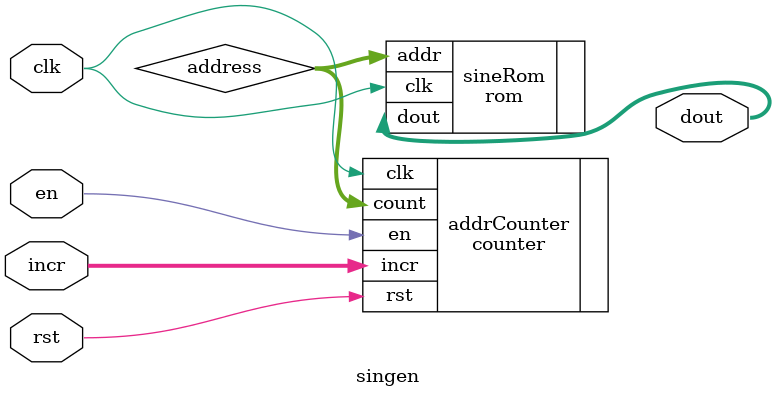
<source format=sv>
module singen #(
    parameter A_WIDTH = 8,
              D_WIDTH = 8
)(
    input logic clk,
    input logic rst,
    input logic en,
    input logic [D_WIDTH-1:0] incr,
    output logic [D_WIDTH-1:0] dout,
);

    logic [A_WIDTH-1:0] address;

// counter is just to increment address
counter addrCounter(
    .clk (clk),
    .rst (rst),
    .en (en),
    .incr (incr),
    .count (address)
);

rom sineRom(
    .clk (clk),
    .addr (address),
    .dout (dout)
);

endmodule


</source>
